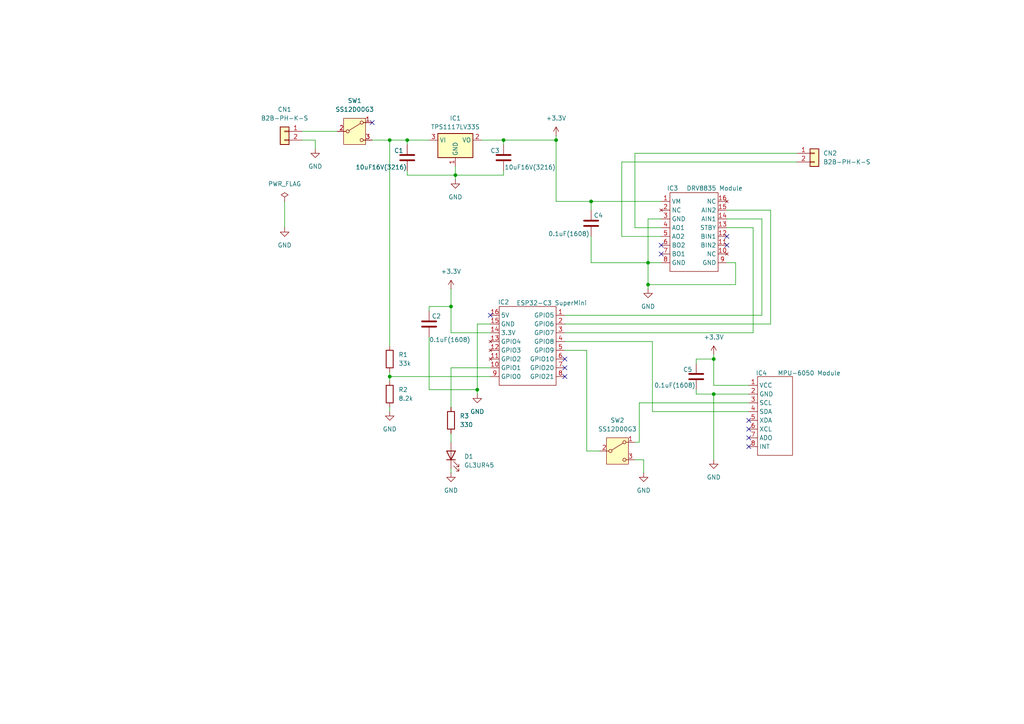
<source format=kicad_sch>
(kicad_sch (version 20250114) (generator "eeschema") (generator_version "9.0")
  (paper "A4")
  (title_block (date "2025-03-22") (rev "1.1"))
  (lib_symbols
    (symbol "Connector_Generic:Conn_01x02" (pin_names (offset 1.016) (hide yes))
      (property "Reference" "J" (at 0 2.54 0))
      (property "Value" "Conn_01x02" (at 0 -5.08 0))
      (symbol "Conn_01x02_1_1"
        (rectangle (start -1.27 1.27) (end 1.27 -3.81) (stroke (width 0.254)) (fill (type background)))
        (rectangle (start -1.27 0.127) (end 0 -0.127) (stroke (width 0.1524)))
        (rectangle (start -1.27 -2.413) (end 0 -2.667) (stroke (width 0.1524)))
        (pin passive line (at -5.08 0 0) (length 3.81) (name "Pin_1") (number "1"))
        (pin passive line (at -5.08 -2.54 0) (length 3.81) (name "Pin_2") (number "2"))
      )
    )
    (symbol "Device:C" (pin_numbers (hide yes)) (pin_names (offset 0.254))
      (property "Reference" "C" (at 0.635 2.54 0))
      (property "Value" "C" (at 0.635 -2.54 0))
      (symbol "C_0_1"
        (polyline (pts (xy -2.032 0.762) (xy 2.032 0.762)) (stroke (width 0.508)))
        (polyline (pts (xy -2.032 -0.762) (xy 2.032 -0.762)) (stroke (width 0.508)))
      )
      (symbol "C_1_1"
        (pin passive line (at 0 3.81 270) (length 2.794) (name "~") (number "1"))
        (pin passive line (at 0 -3.81 90) (length 2.794) (name "~") (number "2"))
      )
    )
    (symbol "Device:LED" (pin_numbers (hide yes)) (pin_names (offset 1.016) (hide yes))
      (property "Reference" "D" (at 0 2.54 0))
      (property "Value" "LED" (at 0 -2.54 0))
      (symbol "LED_0_1"
        (polyline (pts (xy -3.048 -0.762) (xy -4.572 -2.286) (xy -3.81 -2.286) (xy -4.572 -2.286) (xy -4.572 -1.524)))
        (polyline (pts (xy -1.778 -0.762) (xy -3.302 -2.286) (xy -2.54 -2.286) (xy -3.302 -2.286) (xy -3.302 -1.524)))
        (polyline (pts (xy -1.27 0) (xy 1.27 0)))
        (polyline (pts (xy -1.27 -1.27) (xy -1.27 1.27)) (stroke (width 0.254)))
        (polyline (pts (xy 1.27 -1.27) (xy 1.27 1.27) (xy -1.27 0) (xy 1.27 -1.27)) (stroke (width 0.254)))
      )
      (symbol "LED_1_1"
        (pin passive line (at -3.81 0 0) (length 2.54) (name "K") (number "1"))
        (pin passive line (at 3.81 0 180) (length 2.54) (name "A") (number "2"))
      )
    )
    (symbol "Device:R" (pin_numbers (hide yes)) (pin_names (offset 0))
      (property "Reference" "R" (at 2.032 0 90))
      (property "Value" "R" (at 0 0 90))
      (symbol "R_0_1"
        (rectangle (start -1.016 -2.54) (end 1.016 2.54) (stroke (width 0.254)))
      )
      (symbol "R_1_1"
        (pin passive line (at 0 3.81 270) (length 1.27) (name "~") (number "1"))
        (pin passive line (at 0 -3.81 90) (length 1.27) (name "~") (number "2"))
      )
    )
    (symbol "My_Library:DRV8835_Module"
      (property "Reference" "IC" (at 1.27 24.384 0))
      (symbol "DRV8835_Module_0_1"
        (rectangle (start 0 22.86) (end 13.97 0))
      )
      (symbol "DRV8835_Module_1_1"
        (text " " (at 8.382 -1.524 0) (effects (font (size 1.27 1.27))))
        (pin power_in line (at -2.54 20.32 0) (length 2.54) (name "VM") (number "1"))
        (pin no_connect line (at -2.54 17.78 0) (length 2.54) (name "NC") (number "2"))
        (pin power_in line (at -2.54 15.24 0) (length 2.54) (name "GND") (number "3"))
        (pin output line (at -2.54 12.7 0) (length 2.54) (name "AO1") (number "4"))
        (pin output line (at -2.54 10.16 0) (length 2.54) (name "AO2") (number "5"))
        (pin output line (at -2.54 7.62 0) (length 2.54) (name "BO2") (number "6"))
        (pin output line (at -2.54 5.08 0) (length 2.54) (name "BO1") (number "7"))
        (pin power_in line (at -2.54 2.54 0) (length 2.54) (name "GND") (number "8"))
        (pin no_connect line (at 16.51 20.32 180) (length 2.54) (name "NC") (number "16"))
        (pin input line (at 16.51 17.78 180) (length 2.54) (name "AIN2") (number "15"))
        (pin input line (at 16.51 15.24 180) (length 2.54) (name "AIN1") (number "14"))
        (pin input line (at 16.51 12.7 180) (length 2.54) (name "STBY") (number "13"))
        (pin input line (at 16.51 10.16 180) (length 2.54) (name "BIN1") (number "12"))
        (pin input line (at 16.51 7.62 180) (length 2.54) (name "BIN2") (number "11"))
        (pin no_connect line (at 16.51 5.08 180) (length 2.54) (name "NC") (number "10"))
        (pin power_in line (at 16.51 2.54 180) (length 2.54) (name "GND") (number "9"))
      )
    )
    (symbol "My_Library:ESP32-C3_SuperMini"
      (property "Reference" "IC" (at 1.524 24.13 0))
      (symbol "ESP32-C3_SuperMini_0_1"
        (rectangle (start 0 22.86) (end 16.51 0))
      )
      (symbol "ESP32-C3_SuperMini_1_1"
        (text " " (at 10.16 -1.27 0) (effects (font (size 1.27 1.27))))
        (pin power_in line (at -2.54 20.32 0) (length 2.54) (name "5V") (number "16"))
        (pin power_in line (at -2.54 17.78 0) (length 2.54) (name "GND") (number "15"))
        (pin power_in line (at -2.54 15.24 0) (length 2.54) (name "3.3V") (number "14"))
        (pin no_connect line (at -2.54 12.7 0) (length 2.54) (name "GPIO4") (number "13"))
        (pin no_connect line (at -2.54 10.16 0) (length 2.54) (name "GPIO3") (number "12"))
        (pin no_connect line (at -2.54 7.62 0) (length 2.54) (name "GPIO2") (number "11"))
        (pin output line (at -2.54 5.08 0) (length 2.54) (name "GPIO1") (number "10"))
        (pin input line (at -2.54 2.54 0) (length 2.54) (name "GPIO0") (number "9"))
        (pin output line (at 19.05 20.32 180) (length 2.54) (name "GPIO5") (number "1"))
        (pin output line (at 19.05 17.78 180) (length 2.54) (name "GPIO6") (number "2"))
        (pin output line (at 19.05 15.24 180) (length 2.54) (name "GPIO7") (number "3"))
        (pin bidirectional line (at 19.05 12.7 180) (length 2.54) (name "GPIO8") (number "4"))
        (pin output line (at 19.05 10.16 180) (length 2.54) (name "GPIO9") (number "5"))
        (pin unspecified line (at 19.05 7.62 180) (length 2.54) (name "GPIO10") (number "6"))
        (pin unspecified line (at 19.05 5.08 180) (length 2.54) (name "GPIO20") (number "7"))
        (pin unspecified line (at 19.05 2.54 180) (length 2.54) (name "GPIO21") (number "8"))
      )
    )
    (symbol "My_Library:MPU-6050_Module"
      (property "Reference" "IC" (at 1.524 24.13 0))
      (symbol "MPU-6050_Module_0_1"
        (rectangle (start 0 22.86) (end 10.16 0))
      )
      (symbol "MPU-6050_Module_1_1"
        (text " " (at 9.652 -1.524 0) (effects (font (size 1.27 1.27))))
        (pin power_in line (at -2.54 20.32 0) (length 2.54) (name "VCC") (number "1"))
        (pin power_in line (at -2.54 17.78 0) (length 2.54) (name "GND") (number "2"))
        (pin input line (at -2.54 15.24 0) (length 2.54) (name "SCL") (number "3"))
        (pin output line (at -2.54 12.7 0) (length 2.54) (name "SDA") (number "4"))
        (pin output line (at -2.54 10.16 0) (length 2.54) (name "XDA") (number "5"))
        (pin input line (at -2.54 7.62 0) (length 2.54) (name "XCL") (number "6"))
        (pin output line (at -2.54 5.08 0) (length 2.54) (name "ADO") (number "7"))
        (pin output line (at -2.54 2.54 0) (length 2.54) (name "INT") (number "8"))
      )
    )
    (symbol "Regulator_Linear:NCP1117-3.3_SOT223"
      (property "Reference" "U" (at -3.81 3.175 0))
      (property "Value" "NCP1117-3.3_SOT223" (at 0 3.175 0))
      (symbol "NCP1117-3.3_SOT223_0_1"
        (rectangle (start -5.08 -5.08) (end 5.08 1.905) (stroke (width 0.254)) (fill (type background)))
      )
      (symbol "NCP1117-3.3_SOT223_1_1"
        (pin power_in line (at -7.62 0 0) (length 2.54) (name "VI") (number "3"))
        (pin power_in line (at 0 -7.62 90) (length 2.54) (name "GND") (number "1"))
        (pin power_out line (at 7.62 0 180) (length 2.54) (name "VO") (number "2"))
      )
    )
    (symbol "Switch:SW_SPDT" (pin_names (offset 0) (hide yes))
      (property "Reference" "SW" (at 0 5.08 0))
      (property "Value" "SW_SPDT" (at 0 -5.08 0))
      (symbol "SW_SPDT_0_1"
        (circle (center -2.032 0) (radius 0.4572))
        (polyline (pts (xy -1.651 0.254) (xy 1.651 2.286)))
        (circle (center 2.032 2.54) (radius 0.4572))
        (circle (center 2.032 -2.54) (radius 0.4572))
      )
      (symbol "SW_SPDT_1_1"
        (rectangle (start -3.175 3.81) (end 3.175 -3.81) (fill (type background)))
        (pin passive line (at -5.08 0 0) (length 2.54) (name "B") (number "2"))
        (pin passive line (at 5.08 2.54 180) (length 2.54) (name "A") (number "1"))
        (pin passive line (at 5.08 -2.54 180) (length 2.54) (name "C") (number "3"))
      )
    )
    (symbol "power:+3.3V" (power) (pin_numbers (hide yes)) (pin_names (offset 0) (hide yes))
      (property "Value" "+3.3V" (at 0 3.556 0))
      (symbol "+3.3V_0_1"
        (polyline (pts (xy -0.762 1.27) (xy 0 2.54)))
        (polyline (pts (xy 0 2.54) (xy 0.762 1.27)))
        (polyline (pts (xy 0 0) (xy 0 2.54)))
      )
      (symbol "+3.3V_1_1"
        (pin power_in line (at 0 0 90) (length 0) (name "~") (number "1"))
      )
    )
    (symbol "power:GND" (power) (pin_numbers (hide yes)) (pin_names (offset 0) (hide yes))
      (property "Value" "GND" (at 0 -3.81 0))
      (symbol "GND_0_1"
        (polyline (pts (xy 0 0) (xy 0 -1.27) (xy 1.27 -1.27) (xy 0 -2.54) (xy -1.27 -1.27) (xy 0 -1.27)))
      )
      (symbol "GND_1_1"
        (pin power_in line (at 0 0 270) (length 0) (name "~") (number "1"))
      )
    )
    (symbol "power:PWR_FLAG" (power) (pin_numbers (hide yes)) (pin_names (offset 0) (hide yes))
      (property "Value" "PWR_FLAG" (at 0 3.81 0))
      (symbol "PWR_FLAG_0_0"
        (pin power_out line (at 0 0 90) (length 0) (name "~") (number "1"))
      )
      (symbol "PWR_FLAG_0_1"
        (polyline (pts (xy 0 0) (xy 0 1.27) (xy -1.016 1.905) (xy 0 2.54) (xy 1.016 1.905) (xy 0 1.27)))
      )
    )
  )
  (junction (at 113.03 40.64))
  (junction (at 118.11 40.64))
  (junction (at 113.03 109.22))
  (junction (at 132.08 50.8))
  (junction (at 146.05 40.64))
  (junction (at 207.01 104.14))
  (junction (at 187.96 82.55))
  (junction (at 130.81 88.9))
  (junction (at 138.43 113.03))
  (junction (at 161.29 40.64))
  (junction (at 187.96 76.2))
  (junction (at 207.01 114.3))
  (junction (at 171.45 58.42))
  (no_connect (at 107.95 35.56))
  (no_connect (at 217.17 129.54))
  (no_connect (at 163.83 106.68))
  (no_connect (at 163.83 109.22))
  (no_connect (at 163.83 104.14))
  (no_connect (at 142.24 91.44))
  (no_connect (at 191.77 73.66))
  (no_connect (at 217.17 121.92))
  (no_connect (at 217.17 124.46))
  (no_connect (at 210.82 68.58))
  (no_connect (at 191.77 71.12))
  (no_connect (at 217.17 127))
  (no_connect (at 210.82 71.12))
  (wire (pts (xy 171.45 58.42) (xy 171.45 60.96)))
  (wire (pts (xy 130.81 125.73) (xy 130.81 128.27)))
  (wire (pts (xy 184.15 133.35) (xy 186.69 133.35)))
  (wire (pts (xy 113.03 118.11) (xy 113.03 119.38)))
  (wire (pts (xy 191.77 76.2) (xy 187.96 76.2)))
  (wire (pts (xy 130.81 83.82) (xy 130.81 88.9)))
  (wire (pts (xy 171.45 76.2) (xy 187.96 76.2)))
  (wire (pts (xy 187.96 63.5) (xy 187.96 76.2)))
  (wire (pts (xy 185.42 116.84) (xy 217.17 116.84)))
  (wire (pts (xy 218.44 66.04) (xy 210.82 66.04)))
  (wire (pts (xy 161.29 39.37) (xy 161.29 40.64)))
  (wire (pts (xy 130.81 135.89) (xy 130.81 137.16)))
  (wire (pts (xy 191.77 58.42) (xy 171.45 58.42)))
  (wire (pts (xy 187.96 82.55) (xy 213.36 82.55)))
  (wire (pts (xy 191.77 66.04) (xy 184.15 66.04)))
  (wire (pts (xy 142.24 106.68) (xy 130.81 106.68)))
  (wire (pts (xy 118.11 40.64) (xy 118.11 41.91)))
  (wire (pts (xy 217.17 111.76) (xy 207.01 111.76)))
  (wire (pts (xy 189.23 99.06) (xy 189.23 119.38)))
  (wire (pts (xy 185.42 128.27) (xy 185.42 116.84)))
  (wire (pts (xy 124.46 97.79) (xy 124.46 113.03)))
  (wire (pts (xy 210.82 60.96) (xy 223.52 60.96)))
  (wire (pts (xy 138.43 113.03) (xy 138.43 114.3)))
  (wire (pts (xy 118.11 40.64) (xy 124.46 40.64)))
  (wire (pts (xy 132.08 48.26) (xy 132.08 50.8)))
  (wire (pts (xy 139.7 40.64) (xy 146.05 40.64)))
  (wire (pts (xy 91.44 40.64) (xy 91.44 43.18)))
  (wire (pts (xy 113.03 109.22) (xy 142.24 109.22)))
  (wire (pts (xy 171.45 58.42) (xy 161.29 58.42)))
  (wire (pts (xy 163.83 101.6) (xy 170.18 101.6)))
  (wire (pts (xy 146.05 40.64) (xy 161.29 40.64)))
  (wire (pts (xy 87.63 40.64) (xy 91.44 40.64)))
  (wire (pts (xy 113.03 40.64) (xy 118.11 40.64)))
  (wire (pts (xy 124.46 88.9) (xy 130.81 88.9)))
  (wire (pts (xy 132.08 50.8) (xy 132.08 52.07)))
  (wire (pts (xy 207.01 114.3) (xy 207.01 133.35)))
  (wire (pts (xy 207.01 102.87) (xy 207.01 104.14)))
  (wire (pts (xy 213.36 76.2) (xy 213.36 82.55)))
  (wire (pts (xy 191.77 68.58) (xy 180.34 68.58)))
  (wire (pts (xy 184.15 66.04) (xy 184.15 44.45)))
  (wire (pts (xy 87.63 38.1) (xy 97.79 38.1)))
  (wire (pts (xy 113.03 109.22) (xy 113.03 110.49)))
  (wire (pts (xy 146.05 40.64) (xy 146.05 41.91)))
  (wire (pts (xy 170.18 101.6) (xy 170.18 130.81)))
  (wire (pts (xy 201.93 104.14) (xy 207.01 104.14)))
  (wire (pts (xy 163.83 96.52) (xy 218.44 96.52)))
  (wire (pts (xy 124.46 113.03) (xy 138.43 113.03)))
  (wire (pts (xy 163.83 99.06) (xy 189.23 99.06)))
  (wire (pts (xy 138.43 93.98) (xy 138.43 113.03)))
  (wire (pts (xy 201.93 104.14) (xy 201.93 105.41)))
  (wire (pts (xy 210.82 76.2) (xy 213.36 76.2)))
  (wire (pts (xy 180.34 46.99) (xy 231.14 46.99)))
  (wire (pts (xy 130.81 88.9) (xy 130.81 96.52)))
  (wire (pts (xy 161.29 58.42) (xy 161.29 40.64)))
  (wire (pts (xy 146.05 49.53) (xy 146.05 50.8)))
  (wire (pts (xy 210.82 63.5) (xy 220.98 63.5)))
  (wire (pts (xy 186.69 133.35) (xy 186.69 137.16)))
  (wire (pts (xy 132.08 50.8) (xy 146.05 50.8)))
  (wire (pts (xy 163.83 93.98) (xy 223.52 93.98)))
  (wire (pts (xy 184.15 44.45) (xy 231.14 44.45)))
  (wire (pts (xy 163.83 91.44) (xy 220.98 91.44)))
  (wire (pts (xy 142.24 96.52) (xy 130.81 96.52)))
  (wire (pts (xy 124.46 88.9) (xy 124.46 90.17)))
  (wire (pts (xy 218.44 96.52) (xy 218.44 66.04)))
  (wire (pts (xy 217.17 114.3) (xy 207.01 114.3)))
  (wire (pts (xy 118.11 50.8) (xy 132.08 50.8)))
  (wire (pts (xy 191.77 63.5) (xy 187.96 63.5)))
  (wire (pts (xy 180.34 68.58) (xy 180.34 46.99)))
  (wire (pts (xy 113.03 40.64) (xy 113.03 100.33)))
  (wire (pts (xy 107.95 40.64) (xy 113.03 40.64)))
  (wire (pts (xy 118.11 49.53) (xy 118.11 50.8)))
  (wire (pts (xy 170.18 130.81) (xy 173.99 130.81)))
  (wire (pts (xy 113.03 107.95) (xy 113.03 109.22)))
  (wire (pts (xy 130.81 106.68) (xy 130.81 118.11)))
  (wire (pts (xy 201.93 113.03) (xy 201.93 114.3)))
  (wire (pts (xy 207.01 104.14) (xy 207.01 111.76)))
  (wire (pts (xy 82.55 58.42) (xy 82.55 66.04)))
  (wire (pts (xy 187.96 82.55) (xy 187.96 83.82)))
  (wire (pts (xy 187.96 76.2) (xy 187.96 82.55)))
  (wire (pts (xy 189.23 119.38) (xy 217.17 119.38)))
  (wire (pts (xy 220.98 63.5) (xy 220.98 91.44)))
  (wire (pts (xy 184.15 128.27) (xy 185.42 128.27)))
  (wire (pts (xy 201.93 114.3) (xy 207.01 114.3)))
  (wire (pts (xy 171.45 68.58) (xy 171.45 76.2)))
  (wire (pts (xy 142.24 93.98) (xy 138.43 93.98)))
  (wire (pts (xy 223.52 93.98) (xy 223.52 60.96)))
  (symbol (lib_id "power:GND") (at 132.08 52.07 0) (unit 1)
    (property "Reference" "#PWR06" (effects (hide yes)))
    (property "Value" "GND" (at 132.08 57.15 0))
    (property "Description" "Power symbol creates a global label with name \"GND\" , ground" (effects (hide yes)))
  )
  (symbol (lib_id "power:+3.3V") (at 207.01 102.87 0) (unit 1)
    (property "Reference" "#PWR011" (effects (hide yes)))
    (property "Value" "+3.3V" (at 207.01 97.79 0))
    (property "Description" "Power symbol creates a global label with name \"+3.3V\"" (effects (hide yes)))
  )
  (symbol (lib_id "power:GND") (at 113.03 119.38 0) (unit 1)
    (property "Reference" "#PWR03" (effects (hide yes)))
    (property "Value" "GND" (at 113.03 124.46 0))
    (property "Description" "Power symbol creates a global label with name \"GND\" , ground" (effects (hide yes)))
  )
  (symbol (lib_id "My_Library:DRV8835_Module") (at 194.31 78.74 0) (unit 1)
    (property "Reference" "IC3" (at 195.072 54.61 0))
    (property "Value" "DRV8835 Module" (at 207.264 54.61 0))
    (property "Footprint" "My_Library:ESP32-C3 SuperMini" (effects (hide yes)))
  )
  (symbol (lib_id "power:+3.3V") (at 161.29 39.37 0) (unit 1)
    (property "Reference" "#PWR08" (effects (hide yes)))
    (property "Value" "+3.3V" (at 161.29 34.29 0))
    (property "Description" "Power symbol creates a global label with name \"+3.3V\"" (effects (hide yes)))
  )
  (symbol (lib_id "Device:R") (at 113.03 104.14 0) (unit 1)
    (property "Reference" "R1" (at 115.57 102.8699 0) (effects (justify left)))
    (property "Value" "33k" (at 115.57 105.4099 0) (effects (justify left)))
    (property "Footprint" "Resistor_THT:R_Axial_DIN0204_L3.6mm_D1.6mm_P5.08mm_Horizontal" (effects (hide yes)))
    (property "Description" "Resistor" (effects (hide yes)))
  )
  (symbol (lib_id "power:GND") (at 138.43 114.3 0) (unit 1)
    (property "Reference" "#PWR07" (effects (hide yes)))
    (property "Value" "GND" (at 138.43 119.38 0))
    (property "Description" "Power symbol creates a global label with name \"GND\" , ground" (effects (hide yes)))
  )
  (symbol (lib_id "Regulator_Linear:NCP1117-3.3_SOT223") (at 132.08 40.64 0) (unit 1)
    (property "Reference" "IC1" (at 132.08 34.29 0))
    (property "Value" "TPS1117LV33S" (at 132.08 36.83 0))
    (property "Footprint" "Package_TO_SOT_SMD:SOT-223-3_TabPin2" (effects (hide yes)))
    (property "Datasheet" "http://www.onsemi.com/pub_link/Collateral/NCP1117-D.PDF" (effects (hide yes)))
    (property "Description" "1A Low drop-out regulator, Fixed Output 3.3V, SOT-223" (effects (hide yes)))
  )
  (symbol (lib_id "Device:C") (at 118.11 45.72 0) (unit 1)
    (property "Reference" "C1" (at 114.3 43.688 0) (effects (justify left)))
    (property "Value" "10uF16V(3216)" (at 103.124 48.514 0) (effects (justify left)))
    (property "Footprint" "Capacitor_SMD:C_1206_3216Metric_Pad1.33x1.80mm_HandSolder" (effects (hide yes)))
    (property "Description" "Unpolarized capacitor" (effects (hide yes)))
  )
  (symbol (lib_id "Connector_Generic:Conn_01x02") (at 236.22 44.45 0) (unit 1)
    (property "Reference" "CN2" (at 238.76 44.4499 0) (effects (justify left)))
    (property "Value" "B2B-PH-K-S" (at 238.76 46.9899 0) (effects (justify left)))
    (property "Footprint" "Connector_JST:JST_PH_B2B-PH-K_1x02_P2.00mm_Vertical" (effects (hide yes)))
    (property "Description" "Generic connector, single row, 01x02, script generated (kicad-library-utils/schlib/autogen/connector/)" (effects (hide yes)))
  )
  (symbol (lib_id "Switch:SW_SPDT") (at 179.07 130.81 0) (unit 1)
    (property "Reference" "SW2" (at 179.07 121.92 0))
    (property "Value" "SS12D00G3" (at 179.07 124.46 0))
    (property "Footprint" "My_Library:PinHeader_3_P2.00_d0.8" (effects (hide yes)))
    (property "Description" "Switch, single pole double throw" (effects (hide yes)))
  )
  (symbol (lib_id "power:GND") (at 186.69 137.16 0) (unit 1)
    (property "Reference" "#PWR09" (effects (hide yes)))
    (property "Value" "GND" (at 186.69 142.24 0))
    (property "Description" "Power symbol creates a global label with name \"GND\" , ground" (effects (hide yes)))
  )
  (symbol (lib_id "power:GND") (at 130.81 137.16 0) (unit 1)
    (property "Reference" "#PWR05" (effects (hide yes)))
    (property "Value" "GND" (at 130.81 142.24 0))
    (property "Description" "Power symbol creates a global label with name \"GND\" , ground" (effects (hide yes)))
  )
  (symbol (lib_id "Device:C") (at 171.45 64.77 0) (unit 1)
    (property "Reference" "C4" (at 172.212 62.484 0) (effects (justify left)))
    (property "Value" "0.1uF(1608)" (at 159.004 67.818 0) (effects (justify left)))
    (property "Footprint" "Capacitor_SMD:C_0603_1608Metric_Pad1.08x0.95mm_HandSolder" (effects (hide yes)))
    (property "Description" "Unpolarized capacitor" (effects (hide yes)))
  )
  (symbol (lib_id "power:GND") (at 91.44 43.18 0) (unit 1)
    (property "Reference" "#PWR02" (effects (hide yes)))
    (property "Value" "GND" (at 91.44 48.26 0))
    (property "Description" "Power symbol creates a global label with name \"GND\" , ground" (effects (hide yes)))
  )
  (symbol (lib_id "Device:R") (at 113.03 114.3 0) (unit 1)
    (property "Reference" "R2" (at 115.57 113.0299 0) (effects (justify left)))
    (property "Value" "8.2k" (at 115.57 115.5699 0) (effects (justify left)))
    (property "Footprint" "Resistor_THT:R_Axial_DIN0204_L3.6mm_D1.6mm_P5.08mm_Horizontal" (effects (hide yes)))
    (property "Description" "Resistor" (effects (hide yes)))
  )
  (symbol (lib_id "My_Library:ESP32-C3_SuperMini") (at 144.78 111.76 0) (unit 1)
    (property "Reference" "IC2" (at 146.05 87.63 0))
    (property "Value" "ESP32-C3 SuperMini" (at 160.02 87.884 0))
    (property "Footprint" "My_Library:ESP32-C3 SuperMini" (effects (hide yes)))
  )
  (symbol (lib_id "Device:R") (at 130.81 121.92 0) (unit 1)
    (property "Reference" "R3" (at 133.35 120.6499 0) (effects (justify left)))
    (property "Value" "330" (at 133.35 123.1899 0) (effects (justify left)))
    (property "Footprint" "Resistor_THT:R_Axial_DIN0204_L3.6mm_D1.6mm_P5.08mm_Horizontal" (effects (hide yes)))
    (property "Description" "Resistor" (effects (hide yes)))
  )
  (symbol (lib_id "Device:C") (at 201.93 109.22 0) (unit 1)
    (property "Reference" "C5" (at 198.12 107.188 0) (effects (justify left)))
    (property "Value" "0.1uF(1608)" (at 189.738 111.76 0) (effects (justify left)))
    (property "Footprint" "Capacitor_SMD:C_0603_1608Metric_Pad1.08x0.95mm_HandSolder" (effects (hide yes)))
    (property "Description" "Unpolarized capacitor" (effects (hide yes)))
  )
  (symbol (lib_id "power:GND") (at 207.01 133.35 0) (unit 1)
    (property "Reference" "#PWR012" (effects (hide yes)))
    (property "Value" "GND" (at 207.01 138.43 0))
    (property "Description" "Power symbol creates a global label with name \"GND\" , ground" (effects (hide yes)))
  )
  (symbol (lib_id "Switch:SW_SPDT") (at 102.87 38.1 0) (unit 1)
    (property "Reference" "SW1" (at 102.87 29.21 0))
    (property "Value" "SS12D00G3" (at 102.87 31.75 0))
    (property "Footprint" "My_Library:PinHeader_3_P2.00_d0.8" (effects (hide yes)))
    (property "Description" "Switch, single pole double throw" (effects (hide yes)))
  )
  (symbol (lib_id "power:GND") (at 187.96 83.82 0) (unit 1)
    (property "Reference" "#PWR010" (effects (hide yes)))
    (property "Value" "GND" (at 187.96 88.9 0))
    (property "Description" "Power symbol creates a global label with name \"GND\" , ground" (effects (hide yes)))
  )
  (symbol (lib_id "Device:C") (at 146.05 45.72 0) (unit 1)
    (property "Reference" "C3" (at 142.24 43.688 0) (effects (justify left)))
    (property "Value" "10uF16V(3216)" (at 146.304 48.514 0) (effects (justify left)))
    (property "Footprint" "Capacitor_SMD:C_1206_3216Metric_Pad1.33x1.80mm_HandSolder" (effects (hide yes)))
    (property "Description" "Unpolarized capacitor" (effects (hide yes)))
  )
  (symbol (lib_id "My_Library:MPU-6050_Module") (at 219.71 132.08 0) (unit 1)
    (property "Reference" "IC4" (at 219.202 108.204 0) (effects (justify left)))
    (property "Value" "MPU-6050 Module" (at 225.552 108.204 0) (effects (justify left)))
    (property "Footprint" "My_Library:MPU-6050 Module" (effects (hide yes)))
  )
  (symbol (lib_id "power:GND") (at 82.55 66.04 0) (unit 1)
    (property "Reference" "#PWR01" (effects (hide yes)))
    (property "Value" "GND" (at 82.55 71.12 0))
    (property "Description" "Power symbol creates a global label with name \"GND\" , ground" (effects (hide yes)))
  )
  (symbol (lib_id "power:+3.3V") (at 130.81 83.82 0) (unit 1)
    (property "Reference" "#PWR04" (effects (hide yes)))
    (property "Value" "+3.3V" (at 130.81 78.74 0))
    (property "Description" "Power symbol creates a global label with name \"+3.3V\"" (effects (hide yes)))
  )
  (symbol (lib_id "Device:C") (at 124.46 93.98 0) (unit 1)
    (property "Reference" "C2" (at 125.222 91.694 0) (effects (justify left)))
    (property "Value" "0.1uF(1608)" (at 124.46 98.552 0) (effects (justify left)))
    (property "Footprint" "Capacitor_SMD:C_0603_1608Metric_Pad1.08x0.95mm_HandSolder" (effects (hide yes)))
    (property "Description" "Unpolarized capacitor" (effects (hide yes)))
  )
  (symbol (lib_id "Connector_Generic:Conn_01x02") (at 82.55 38.1 0) (mirror y) (unit 1)
    (property "Reference" "CN1" (at 82.55 31.75 0))
    (property "Value" "B2B-PH-K-S" (at 82.55 34.29 0))
    (property "Footprint" "Connector_JST:JST_PH_B2B-PH-K_1x02_P2.00mm_Vertical" (effects (hide yes)))
    (property "Description" "Generic connector, single row, 01x02, script generated (kicad-library-utils/schlib/autogen/connector/)" (effects (hide yes)))
  )
  (symbol (lib_id "power:PWR_FLAG") (at 82.55 58.42 0) (unit 1)
    (property "Reference" "#FLG01" (effects (hide yes)))
    (property "Value" "PWR_FLAG" (at 82.55 53.34 0))
    (property "Description" "Special symbol for telling ERC where power comes from" (effects (hide yes)))
  )
  (symbol (lib_id "Device:LED") (at 130.81 132.08 90) (unit 1)
    (property "Reference" "D1" (at 134.62 132.3974 90) (effects (justify right)))
    (property "Value" "GL3UR45" (at 134.62 134.9374 90) (effects (justify right)))
    (property "Footprint" "LED_THT:LED_D3.0mm" (effects (hide yes)))
    (property "Description" "Light emitting diode" (effects (hide yes)))
  )
)
</source>
